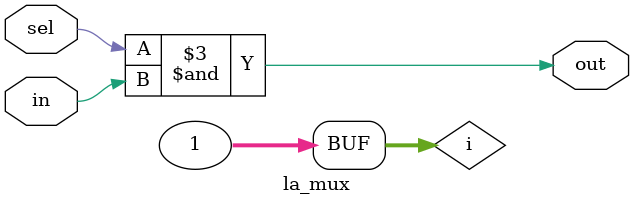
<source format=v>

module la_mux
  #(parameter N    = 1,        // number of ports
    parameter DW    = 1,       // data width
    parameter PROP = "DEFAULT" // cell property
    )
   (
    input [N-1:0]      sel, // select vector
    input [DW*N-1:0]   in, // concatenated input {..,in1[DW-1:0],in0[DW-1:0]}
    output reg [DW-1:0] out  // output
    );

   integer 	    i;
   always @*
     begin
	out[DW-1:0] = 'b0;
	for(i=0;i<N;i=i+1)
	  out[DW-1:0] = out[DW-1:0] | {(DW){sel[i]}} & in[((i+1)*DW-1)-:DW];
     end

   //TODO: Add One hot warning

endmodule

</source>
